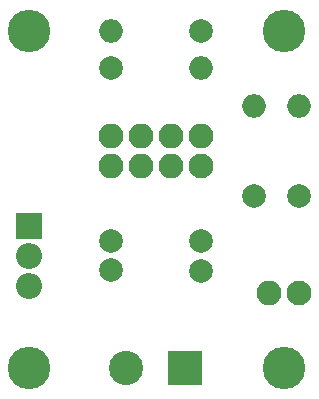
<source format=gbr>
G04 #@! TF.FileFunction,Soldermask,Bot*
%FSLAX46Y46*%
G04 Gerber Fmt 4.6, Leading zero omitted, Abs format (unit mm)*
G04 Created by KiCad (PCBNEW 4.0.6) date 04/11/17 07:21:03*
%MOMM*%
%LPD*%
G01*
G04 APERTURE LIST*
%ADD10C,0.100000*%
%ADD11C,2.000000*%
%ADD12O,2.000000X2.000000*%
%ADD13C,3.600000*%
%ADD14R,2.200000X2.200000*%
%ADD15O,2.200000X2.200000*%
%ADD16C,2.900000*%
%ADD17R,2.900000X2.900000*%
%ADD18C,2.100000*%
%ADD19O,2.100000X2.100000*%
G04 APERTURE END LIST*
D10*
D11*
X158115000Y-100330000D03*
D12*
X158115000Y-92710000D03*
D13*
X135255000Y-86360000D03*
X156845000Y-86360000D03*
X156845000Y-114935000D03*
D14*
X135255000Y-102870000D03*
D15*
X135255000Y-105410000D03*
X135255000Y-107950000D03*
D11*
X142240000Y-104140000D03*
X142240000Y-106640000D03*
X149860000Y-106680000D03*
X149860000Y-104180000D03*
X154305000Y-100330000D03*
D12*
X154305000Y-92710000D03*
D11*
X149860000Y-86360000D03*
D12*
X142240000Y-86360000D03*
D11*
X142240000Y-89535000D03*
D12*
X149860000Y-89535000D03*
D13*
X135255000Y-114935000D03*
D16*
X143510000Y-114935000D03*
D17*
X148510000Y-114935000D03*
D18*
X158115000Y-108585000D03*
D19*
X155575000Y-108585000D03*
D18*
X149860000Y-97790000D03*
D19*
X149860000Y-95250000D03*
X147320000Y-97790000D03*
X147320000Y-95250000D03*
X144780000Y-97790000D03*
X144780000Y-95250000D03*
X142240000Y-97790000D03*
X142240000Y-95250000D03*
M02*

</source>
